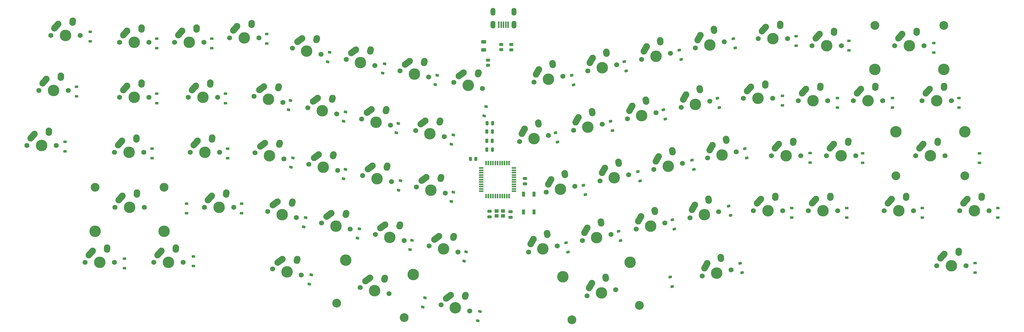
<source format=gbr>
%TF.GenerationSoftware,KiCad,Pcbnew,7.0.7*%
%TF.CreationDate,2023-10-16T19:58:37+09:00*%
%TF.ProjectId,Purin_PCB,50757269-6e5f-4504-9342-2e6b69636164,rev?*%
%TF.SameCoordinates,Original*%
%TF.FileFunction,Soldermask,Bot*%
%TF.FilePolarity,Negative*%
%FSLAX46Y46*%
G04 Gerber Fmt 4.6, Leading zero omitted, Abs format (unit mm)*
G04 Created by KiCad (PCBNEW 7.0.7) date 2023-10-16 19:58:37*
%MOMM*%
%LPD*%
G01*
G04 APERTURE LIST*
G04 Aperture macros list*
%AMRoundRect*
0 Rectangle with rounded corners*
0 $1 Rounding radius*
0 $2 $3 $4 $5 $6 $7 $8 $9 X,Y pos of 4 corners*
0 Add a 4 corners polygon primitive as box body*
4,1,4,$2,$3,$4,$5,$6,$7,$8,$9,$2,$3,0*
0 Add four circle primitives for the rounded corners*
1,1,$1+$1,$2,$3*
1,1,$1+$1,$4,$5*
1,1,$1+$1,$6,$7*
1,1,$1+$1,$8,$9*
0 Add four rect primitives between the rounded corners*
20,1,$1+$1,$2,$3,$4,$5,0*
20,1,$1+$1,$4,$5,$6,$7,0*
20,1,$1+$1,$6,$7,$8,$9,0*
20,1,$1+$1,$8,$9,$2,$3,0*%
%AMHorizOval*
0 Thick line with rounded ends*
0 $1 width*
0 $2 $3 position (X,Y) of the first rounded end (center of the circle)*
0 $4 $5 position (X,Y) of the second rounded end (center of the circle)*
0 Add line between two ends*
20,1,$1,$2,$3,$4,$5,0*
0 Add two circle primitives to create the rounded ends*
1,1,$1,$2,$3*
1,1,$1,$4,$5*%
G04 Aperture macros list end*
%ADD10RoundRect,0.250000X-0.475000X0.250000X-0.475000X-0.250000X0.475000X-0.250000X0.475000X0.250000X0*%
%ADD11RoundRect,0.250000X0.475000X-0.250000X0.475000X0.250000X-0.475000X0.250000X-0.475000X-0.250000X0*%
%ADD12RoundRect,0.250000X-0.250000X-0.475000X0.250000X-0.475000X0.250000X0.475000X-0.250000X0.475000X0*%
%ADD13C,2.250000*%
%ADD14HorizOval,2.250000X0.020000X0.290000X-0.020000X-0.290000X0*%
%ADD15HorizOval,2.250000X0.655001X0.730000X-0.655001X-0.730000X0*%
%ADD16C,1.750000*%
%ADD17C,3.987800*%
%ADD18HorizOval,2.250000X-0.040731X0.287821X0.040731X-0.287821X0*%
%ADD19HorizOval,2.250000X0.488912X0.850230X-0.488912X-0.850230X0*%
%ADD20HorizOval,2.250000X0.079857X0.279505X-0.079857X-0.279505X0*%
%ADD21HorizOval,2.250000X0.792463X0.577865X-0.792463X-0.577865X0*%
%ADD22C,3.048000*%
%ADD23HorizOval,2.250000X0.792463X0.577865X-0.792463X-0.577865X0*%
%ADD24RoundRect,0.225000X0.375000X-0.225000X0.375000X0.225000X-0.375000X0.225000X-0.375000X-0.225000X0*%
%ADD25RoundRect,0.225000X0.320025X-0.298050X0.413585X0.142116X-0.320025X0.298050X-0.413585X-0.142116X0*%
%ADD26RoundRect,0.225000X0.413585X-0.142116X0.320025X0.298050X-0.413585X0.142116X-0.320025X-0.298050X0*%
%ADD27R,1.500000X0.550000*%
%ADD28R,0.550000X1.500000*%
%ADD29R,1.100000X1.800000*%
%ADD30R,1.400000X1.200000*%
%ADD31RoundRect,0.250000X-0.450000X0.262500X-0.450000X-0.262500X0.450000X-0.262500X0.450000X0.262500X0*%
%ADD32R,0.500000X2.250000*%
%ADD33O,1.700000X2.700000*%
%ADD34RoundRect,0.250000X-0.625000X0.375000X-0.625000X-0.375000X0.625000X-0.375000X0.625000X0.375000X0*%
%ADD35RoundRect,0.250000X-0.262500X-0.450000X0.262500X-0.450000X0.262500X0.450000X-0.262500X0.450000X0*%
G04 APERTURE END LIST*
D10*
%TO.C,C7*%
X172910000Y82150000D03*
X172910000Y80250000D03*
%TD*%
D11*
%TO.C,C6*%
X165640000Y80400000D03*
X165640000Y82300000D03*
%TD*%
D12*
%TO.C,C5*%
X164842500Y112810000D03*
X166742500Y112810000D03*
%TD*%
%TO.C,C4*%
X164690000Y106690000D03*
X166590000Y106690000D03*
%TD*%
%TO.C,C3*%
X164760000Y103710000D03*
X166660000Y103710000D03*
%TD*%
%TO.C,C2*%
X164742500Y109960000D03*
X166642500Y109960000D03*
%TD*%
D11*
%TO.C,C1*%
X177950000Y91820000D03*
X177950000Y93720000D03*
%TD*%
D13*
%TO.C,MX16*%
X17224567Y129212133D03*
D14*
X17204567Y128922133D03*
D13*
X12184567Y128132133D03*
D15*
X11529568Y127402133D03*
D16*
X19764567Y124132133D03*
D17*
X14684567Y124132133D03*
D16*
X9604567Y124132133D03*
%TD*%
D13*
%TO.C,MX4*%
X83264567Y147468383D03*
D14*
X83244567Y147178383D03*
D13*
X78224567Y146388383D03*
D15*
X77569568Y145658383D03*
D16*
X85804567Y142388383D03*
D17*
X80724567Y142388383D03*
D16*
X75644567Y142388383D03*
%TD*%
D13*
%TO.C,MX11*%
X224750697Y141473947D03*
D18*
X224791428Y141186125D03*
D13*
X220045377Y139369672D03*
D19*
X219556467Y138519442D03*
D16*
X228291383Y137033052D03*
D17*
X223322393Y135976861D03*
D16*
X218353403Y134920670D03*
%TD*%
D13*
%TO.C,MX53*%
X222845697Y82672947D03*
D18*
X222886428Y82385125D03*
D13*
X218140377Y80568672D03*
D19*
X217651467Y79718442D03*
D16*
X226386383Y78232052D03*
D17*
X221417393Y77175861D03*
D16*
X216448403Y76119670D03*
%TD*%
D13*
%TO.C,MX50*%
X153279814Y73720577D03*
D20*
X153199957Y73441073D03*
D13*
X148125406Y73712053D03*
D21*
X147332944Y73134186D03*
D16*
X154708118Y68223492D03*
D17*
X149739128Y69279683D03*
D16*
X144770138Y70335874D03*
%TD*%
D13*
%TO.C,MX43*%
X289915041Y106667685D03*
D14*
X289895041Y106377685D03*
D13*
X284875041Y105587685D03*
D15*
X284220042Y104857685D03*
D16*
X292455041Y101587685D03*
D17*
X287375041Y101587685D03*
D16*
X282295041Y101587685D03*
%TD*%
D13*
%TO.C,MX14*%
X284993791Y144767685D03*
D14*
X284973791Y144477685D03*
D13*
X279953791Y143687685D03*
D15*
X279298792Y142957685D03*
D16*
X287533791Y139687685D03*
D17*
X282453791Y139687685D03*
D16*
X277373791Y139687685D03*
%TD*%
D13*
%TO.C,MX66*%
X328173791Y68567685D03*
D14*
X328153791Y68277685D03*
D13*
X323133791Y67487685D03*
D15*
X322478792Y66757685D03*
D16*
X330713791Y63487685D03*
D17*
X325633791Y63487685D03*
D16*
X320553791Y63487685D03*
%TD*%
D13*
%TO.C,MX25*%
X219782383Y120904053D03*
D18*
X219823114Y120616231D03*
D13*
X215077063Y118799778D03*
D19*
X214588153Y117949548D03*
D16*
X223323069Y116463158D03*
D17*
X218354079Y115406967D03*
D16*
X213385089Y114350776D03*
%TD*%
D13*
%TO.C,MX20*%
X111292025Y121567856D03*
D20*
X111212168Y121288352D03*
D13*
X106137617Y121559332D03*
D21*
X105345155Y120981465D03*
D16*
X112720329Y116070771D03*
D17*
X107751339Y117126962D03*
D16*
X102782349Y118183153D03*
%TD*%
D13*
%TO.C,MX2*%
X45164567Y145880883D03*
D14*
X45144567Y145590883D03*
D13*
X40124567Y144800883D03*
D15*
X39469568Y144070883D03*
D16*
X47704567Y140800883D03*
D17*
X42624567Y140800883D03*
D16*
X37544567Y140800883D03*
%TD*%
D13*
%TO.C,MX1*%
X21352067Y148262133D03*
D14*
X21332067Y147972133D03*
D13*
X16312067Y147182133D03*
D15*
X15657068Y146452133D03*
D16*
X23892067Y143182133D03*
D17*
X18812067Y143182133D03*
D16*
X13732067Y143182133D03*
%TD*%
D13*
%TO.C,MX23*%
X182514959Y112982618D03*
D18*
X182555690Y112694796D03*
D13*
X177809639Y110878343D03*
D19*
X177320729Y110028113D03*
D16*
X186055645Y108541723D03*
D17*
X181086655Y107485532D03*
D16*
X176117665Y106429341D03*
%TD*%
D13*
%TO.C,MX38*%
X191674273Y95452512D03*
D18*
X191715004Y95164690D03*
D13*
X186968953Y93348237D03*
D19*
X186480043Y92498007D03*
D16*
X195214959Y91011617D03*
D17*
X190245969Y89955426D03*
D16*
X185276979Y88899235D03*
%TD*%
D13*
%TO.C,MX32*%
X43418317Y107780883D03*
D14*
X43398317Y107490883D03*
D13*
X38378317Y106700883D03*
D15*
X37723318Y105970883D03*
D16*
X45958317Y102700883D03*
D17*
X40878317Y102700883D03*
D16*
X35798317Y102700883D03*
%TD*%
D13*
%TO.C,MX17*%
X45164567Y126830883D03*
D14*
X45144567Y126540883D03*
D13*
X40124567Y125750883D03*
D15*
X39469568Y125020883D03*
D16*
X47704567Y121750883D03*
D17*
X42624567Y121750883D03*
D16*
X37544567Y121750883D03*
%TD*%
D13*
%TO.C,MX41*%
X247575409Y107334665D03*
D18*
X247616140Y107046843D03*
D13*
X242870089Y105230390D03*
D19*
X242381179Y104380160D03*
D16*
X251116095Y102893770D03*
D17*
X246147105Y101837579D03*
D16*
X241178115Y100781388D03*
%TD*%
D13*
%TO.C,MX15*%
X313568791Y144767685D03*
D14*
X313548791Y144477685D03*
D13*
X308528791Y143687685D03*
D15*
X307873792Y142957685D03*
D17*
X322966791Y131432685D03*
D22*
X322966791Y146672685D03*
D16*
X316108791Y139687685D03*
D17*
X311028791Y139687685D03*
D16*
X305948791Y139687685D03*
D17*
X299090791Y131432685D03*
D22*
X299090791Y146672685D03*
%TD*%
D13*
%TO.C,MX3*%
X64214567Y145880883D03*
D14*
X64194567Y145590883D03*
D13*
X59174567Y144800883D03*
D15*
X58519568Y144070883D03*
D16*
X66754567Y140800883D03*
D17*
X61674567Y140800883D03*
D16*
X56594567Y140800883D03*
%TD*%
D13*
%TO.C,MX21*%
X129925737Y117607139D03*
D20*
X129845880Y117327635D03*
D13*
X124771329Y117598615D03*
D21*
X123978867Y117020748D03*
D16*
X131354041Y112110054D03*
D17*
X126385051Y113166245D03*
D16*
X121416061Y114222436D03*
%TD*%
D13*
%TO.C,MX10*%
X206116985Y137513230D03*
D18*
X206157716Y137225408D03*
D13*
X201411665Y135408955D03*
D19*
X200922755Y134558725D03*
D16*
X209657671Y133072335D03*
D17*
X204688681Y132016144D03*
D16*
X199719691Y130959953D03*
%TD*%
D13*
%TO.C,MX52*%
X204211986Y78712229D03*
D18*
X204252717Y78424407D03*
D13*
X199506666Y76607954D03*
D19*
X199017756Y75757724D03*
D16*
X207752672Y74271334D03*
D17*
X202783682Y73215143D03*
D16*
X197814692Y72158952D03*
%TD*%
D13*
%TO.C,MX58*%
X336111291Y87617685D03*
D14*
X336091291Y87327685D03*
D13*
X331071291Y86537685D03*
D15*
X330416292Y85807685D03*
D16*
X338651291Y82537685D03*
D17*
X333571291Y82537685D03*
D16*
X328491291Y82537685D03*
%TD*%
D13*
%TO.C,MX22*%
X148559449Y113646421D03*
D20*
X148479592Y113366917D03*
D13*
X143405041Y113637897D03*
D21*
X142612579Y113060030D03*
D16*
X149987753Y108149336D03*
D17*
X145018763Y109205527D03*
D16*
X140049773Y110261718D03*
%TD*%
D13*
%TO.C,MX44*%
X320871291Y106667685D03*
D14*
X320851291Y106377685D03*
D13*
X315831291Y105587685D03*
D15*
X315176292Y104857685D03*
D22*
X330269291Y94602685D03*
D17*
X330269291Y109842685D03*
D16*
X323411291Y101587685D03*
D17*
X318331291Y101587685D03*
D16*
X313251291Y101587685D03*
D22*
X306393291Y94602685D03*
D17*
X306393291Y109842685D03*
%TD*%
D13*
%TO.C,MX28*%
X280231291Y125717685D03*
D14*
X280211291Y125427685D03*
D13*
X275191291Y124637685D03*
D15*
X274536292Y123907685D03*
D16*
X282771291Y120637685D03*
D17*
X277691291Y120637685D03*
D16*
X272611291Y120637685D03*
%TD*%
D13*
%TO.C,MX34*%
X92996949Y105971363D03*
D20*
X92917092Y105691859D03*
D13*
X87842541Y105962839D03*
D21*
X87050079Y105384972D03*
D16*
X94425253Y100474278D03*
D17*
X89456263Y101530469D03*
D16*
X84487273Y102586660D03*
%TD*%
D13*
%TO.C,MX56*%
X283723791Y87617685D03*
D14*
X283703791Y87327685D03*
D13*
X278683791Y86537685D03*
D15*
X278028792Y85807685D03*
D16*
X286263791Y82537685D03*
D17*
X281183791Y82537685D03*
D16*
X276103791Y82537685D03*
%TD*%
D13*
%TO.C,MX31*%
X13097067Y110162133D03*
D14*
X13077067Y109872133D03*
D13*
X8057067Y109082133D03*
D15*
X7402068Y108352133D03*
D16*
X15637067Y105082133D03*
D17*
X10557067Y105082133D03*
D16*
X5477067Y105082133D03*
%TD*%
D13*
%TO.C,MX30*%
X323093791Y125717685D03*
D14*
X323073791Y125427685D03*
D13*
X318053791Y124637685D03*
D15*
X317398792Y123907685D03*
D16*
X325633791Y120637685D03*
D17*
X320553791Y120637685D03*
D16*
X315473791Y120637685D03*
%TD*%
D13*
%TO.C,MX33*%
X69612067Y107780883D03*
D14*
X69592067Y107490883D03*
D13*
X64572067Y106700883D03*
D15*
X63917068Y105970883D03*
D16*
X72152067Y102700883D03*
D17*
X67072067Y102700883D03*
D16*
X61992067Y102700883D03*
%TD*%
D13*
%TO.C,MX8*%
X161804575Y130339268D03*
D20*
X161724718Y130059764D03*
D13*
X156650167Y130330744D03*
D21*
X155857705Y129752877D03*
D16*
X163232879Y124842183D03*
D17*
X158263889Y125898374D03*
D16*
X153294899Y126954565D03*
%TD*%
D13*
%TO.C,MX49*%
X134646103Y77681295D03*
D20*
X134566246Y77401791D03*
D13*
X129491695Y77672771D03*
D21*
X128699233Y77094904D03*
D16*
X136074407Y72184210D03*
D17*
X131105417Y73240401D03*
D16*
X126136427Y74296592D03*
%TD*%
D13*
%TO.C,MX42*%
X270865041Y106667685D03*
D14*
X270845041Y106377685D03*
D13*
X265825041Y105587685D03*
D15*
X265170042Y104857685D03*
D16*
X273405041Y101587685D03*
D17*
X268325041Y101587685D03*
D16*
X263245041Y101587685D03*
%TD*%
D13*
%TO.C,MX39*%
X210307985Y99413230D03*
D18*
X210348716Y99125408D03*
D13*
X205602665Y97308955D03*
D19*
X205113755Y96458725D03*
D16*
X213848671Y94972335D03*
D17*
X208879681Y93916144D03*
D16*
X203910691Y92859953D03*
%TD*%
D13*
%TO.C,MX36*%
X130264372Y98049928D03*
D20*
X130184515Y97770424D03*
D13*
X125109964Y98041404D03*
D21*
X124317502Y97463537D03*
D16*
X131692676Y92552843D03*
D17*
X126723686Y93609034D03*
D16*
X121754696Y94665225D03*
%TD*%
D13*
%TO.C,MX40*%
X228941697Y103373947D03*
D18*
X228982428Y103086125D03*
D13*
X224236377Y101269672D03*
D19*
X223747467Y100419442D03*
D16*
X232482383Y98933052D03*
D17*
X227513393Y97876861D03*
D16*
X222544403Y96820670D03*
%TD*%
D13*
%TO.C,MX6*%
X124537152Y138260703D03*
D20*
X124457295Y137981199D03*
D13*
X119382744Y138252179D03*
D21*
X118590282Y137674312D03*
D16*
X125965456Y132763618D03*
D17*
X120996466Y133819809D03*
D16*
X116027476Y134876000D03*
%TD*%
D13*
%TO.C,MX54*%
X241479409Y86633665D03*
D18*
X241520140Y86345843D03*
D13*
X236774089Y84529390D03*
D19*
X236285179Y83679160D03*
D16*
X245020095Y82192770D03*
D17*
X240051105Y81136579D03*
D16*
X235082115Y80080388D03*
%TD*%
D13*
%TO.C,MX37*%
X148898084Y94089210D03*
D20*
X148818227Y93809706D03*
D13*
X143743676Y94080686D03*
D21*
X142951214Y93502819D03*
D16*
X150326388Y88592125D03*
D17*
X145357398Y89648316D03*
D16*
X140388408Y90704507D03*
%TD*%
D13*
%TO.C,MX47*%
X97378679Y85602730D03*
D20*
X97298822Y85323226D03*
D13*
X92224271Y85594206D03*
D21*
X91431809Y85016339D03*
D16*
X98806983Y80105645D03*
D17*
X93837993Y81161836D03*
D16*
X88869003Y82218027D03*
%TD*%
D13*
%TO.C,MX57*%
X309917541Y87617685D03*
D14*
X309897541Y87327685D03*
D13*
X304877541Y86537685D03*
D15*
X304222542Y85807685D03*
D16*
X312457541Y82537685D03*
D17*
X307377541Y82537685D03*
D16*
X302297541Y82537685D03*
%TD*%
D13*
%TO.C,MX45*%
X43570817Y88730883D03*
D14*
X43550817Y88440883D03*
D13*
X38530817Y87650883D03*
D15*
X37875818Y86920883D03*
D17*
X52968817Y75395883D03*
D22*
X52968817Y90635883D03*
D16*
X46110817Y83650883D03*
D17*
X41030817Y83650883D03*
D16*
X35950817Y83650883D03*
D17*
X29092817Y75395883D03*
D22*
X29092817Y90635883D03*
%TD*%
D13*
%TO.C,MX46*%
X74527067Y88730883D03*
D14*
X74507067Y88440883D03*
D13*
X69487067Y87650883D03*
D15*
X68832068Y86920883D03*
D16*
X77067067Y83650883D03*
D17*
X71987067Y83650883D03*
D16*
X66907067Y83650883D03*
%TD*%
D13*
%TO.C,MX13*%
X266324791Y147180685D03*
D14*
X266304791Y146890685D03*
D13*
X261284791Y146100685D03*
D15*
X260629792Y145370685D03*
D16*
X268864791Y142100685D03*
D17*
X263784791Y142100685D03*
D16*
X258704791Y142100685D03*
%TD*%
D13*
%TO.C,MX35*%
X111630660Y102010646D03*
D20*
X111550803Y101731142D03*
D13*
X106476252Y102002122D03*
D21*
X105683790Y101424255D03*
D16*
X113058964Y96513561D03*
D17*
X108089974Y97569752D03*
D16*
X103120984Y98625943D03*
%TD*%
D13*
%TO.C,MX27*%
X261181291Y126511435D03*
D14*
X261161291Y126221435D03*
D13*
X256141291Y125431435D03*
D15*
X255486292Y124701435D03*
D16*
X263721291Y121431435D03*
D17*
X258641291Y121431435D03*
D16*
X253561291Y121431435D03*
%TD*%
D13*
%TO.C,MX61*%
X99077190Y65735671D03*
D20*
X98997333Y65456167D03*
D13*
X93922782Y65727147D03*
D21*
X93130320Y65149280D03*
D16*
X100505494Y60238586D03*
D17*
X95536504Y61294777D03*
D16*
X90567514Y62350968D03*
%TD*%
D17*
%TO.C,MX64*%
X191021748Y59678901D03*
D22*
X194190322Y44771931D03*
D16*
X199446195Y53030151D03*
D17*
X204415185Y54086342D03*
D16*
X209384175Y55142533D03*
D17*
X214376000Y64643000D03*
D22*
X217544574Y49736031D03*
D19*
X200649259Y56628923D03*
D13*
X201138169Y57479153D03*
D18*
X205884220Y59295606D03*
D13*
X205843489Y59583428D03*
%TD*%
%TO.C,MX65*%
X245750237Y66439505D03*
D18*
X245790968Y66151683D03*
D13*
X241044917Y64335230D03*
D19*
X240556007Y63485000D03*
D16*
X249290923Y61998610D03*
D17*
X244321933Y60942419D03*
D16*
X239352943Y59886228D03*
%TD*%
D13*
%TO.C,MX7*%
X143170864Y134299985D03*
D20*
X143091007Y134020481D03*
D13*
X138016456Y134291461D03*
D23*
X137223994Y133713594D03*
D16*
X144599168Y128802900D03*
D17*
X139630178Y129859091D03*
D16*
X134661188Y130915282D03*
%TD*%
D13*
%TO.C,MX60*%
X57070817Y69680883D03*
D14*
X57050817Y69390883D03*
D13*
X52030817Y68600883D03*
D15*
X51375818Y67870883D03*
D16*
X59610817Y64600883D03*
D17*
X54530817Y64600883D03*
D16*
X49450817Y64600883D03*
%TD*%
D13*
%TO.C,MX48*%
X116012391Y81642012D03*
D20*
X115932534Y81362508D03*
D13*
X110857983Y81633488D03*
D21*
X110065521Y81055621D03*
D16*
X117440695Y76144927D03*
D17*
X112471705Y77201118D03*
D16*
X107502715Y78257309D03*
%TD*%
D13*
%TO.C,MX9*%
X187483274Y133552512D03*
D18*
X187524005Y133264690D03*
D13*
X182777954Y131448237D03*
D19*
X182289044Y130598007D03*
D16*
X191023960Y129111617D03*
D17*
X186054970Y128055426D03*
D16*
X181085980Y126999235D03*
%TD*%
D13*
%TO.C,MX63*%
X157370189Y53289671D03*
D20*
X157290332Y53010167D03*
D13*
X152215781Y53281147D03*
D21*
X151423319Y52703280D03*
D16*
X158798493Y47792586D03*
D17*
X153829503Y48848777D03*
D16*
X148860513Y49904968D03*
%TD*%
D13*
%TO.C,MX26*%
X238416095Y124864771D03*
D18*
X238456826Y124576949D03*
D13*
X233710775Y122760496D03*
D19*
X233221865Y121910266D03*
D16*
X241956781Y120423876D03*
D17*
X236987791Y119367685D03*
D16*
X232018801Y118311494D03*
%TD*%
D13*
%TO.C,MX18*%
X68977067Y126830883D03*
D14*
X68957067Y126540883D03*
D13*
X63937067Y125750883D03*
D15*
X63282068Y125020883D03*
D16*
X71517067Y121750883D03*
D17*
X66437067Y121750883D03*
D16*
X61357067Y121750883D03*
%TD*%
D13*
%TO.C,MX19*%
X92658313Y125528574D03*
D20*
X92578456Y125249070D03*
D13*
X87503905Y125520050D03*
D21*
X86711443Y124942183D03*
D16*
X94086617Y120031489D03*
D17*
X89117627Y121087680D03*
D16*
X84148637Y122143871D03*
%TD*%
D13*
%TO.C,MX24*%
X201148671Y116943335D03*
D18*
X201189402Y116655513D03*
D13*
X196443351Y114839060D03*
D19*
X195954441Y113988830D03*
D16*
X204689357Y112502440D03*
D17*
X199720367Y111446249D03*
D16*
X194751377Y110390058D03*
%TD*%
D13*
%TO.C,MX29*%
X299281291Y125717685D03*
D14*
X299261291Y125427685D03*
D13*
X294241291Y124637685D03*
D15*
X293586292Y123907685D03*
D16*
X301821291Y120637685D03*
D17*
X296741291Y120637685D03*
D16*
X291661291Y120637685D03*
%TD*%
D13*
%TO.C,MX51*%
X185578274Y74751512D03*
D18*
X185619005Y74463690D03*
D13*
X180872954Y72647237D03*
D19*
X180384044Y71797007D03*
D16*
X189118960Y70310617D03*
D17*
X184149970Y69254426D03*
D16*
X179180980Y68198235D03*
%TD*%
D13*
%TO.C,MX55*%
X264673791Y87617685D03*
D14*
X264653791Y87327685D03*
D13*
X259633791Y86537685D03*
D15*
X258978792Y85807685D03*
D16*
X267213791Y82537685D03*
D17*
X262133791Y82537685D03*
D16*
X257053791Y82537685D03*
%TD*%
D13*
%TO.C,MX62*%
X129414199Y59260884D03*
D20*
X129334342Y58981380D03*
D13*
X124259791Y59252360D03*
D21*
X123467329Y58674493D03*
D22*
X136098376Y45505579D03*
D17*
X139266950Y60412549D03*
D16*
X130842503Y53763799D03*
D17*
X125873513Y54819990D03*
D16*
X120904523Y55876181D03*
D22*
X112744124Y50469679D03*
D17*
X115912698Y65376648D03*
%TD*%
D13*
%TO.C,MX12*%
X243384409Y145434665D03*
D18*
X243425140Y145146843D03*
D13*
X238679089Y143330390D03*
D19*
X238190179Y142480160D03*
D16*
X246925095Y140993770D03*
D17*
X241956105Y139937579D03*
D16*
X236987115Y138881388D03*
%TD*%
D13*
%TO.C,MX5*%
X105903440Y142221421D03*
D20*
X105823583Y141941917D03*
D13*
X100749032Y142212897D03*
D21*
X99956570Y141635030D03*
D16*
X107331744Y136724336D03*
D17*
X102362754Y137780527D03*
D16*
X97393764Y138836718D03*
%TD*%
D13*
%TO.C,MX59*%
X33258317Y69680883D03*
D14*
X33238317Y69390883D03*
D13*
X28218317Y68600883D03*
D15*
X27563318Y67870883D03*
D16*
X35798317Y64600883D03*
D17*
X30718317Y64600883D03*
D16*
X25638317Y64600883D03*
%TD*%
D24*
%TO.C,D18*%
X74215817Y119783383D03*
X74215817Y123083383D03*
%TD*%
D25*
%TO.C,D20*%
X115147763Y113469439D03*
X115833871Y116697327D03*
%TD*%
D24*
%TO.C,D55*%
X270272067Y80095883D03*
X270272067Y83395883D03*
%TD*%
D26*
%TO.C,D64*%
X228889425Y56292995D03*
X228203317Y59520883D03*
%TD*%
D25*
%TO.C,D19*%
X96097763Y117464633D03*
X96783871Y120692521D03*
%TD*%
D26*
%TO.C,D39*%
X217776925Y92805495D03*
X217090817Y96033383D03*
%TD*%
D24*
%TO.C,D59*%
X39290817Y62570883D03*
X39290817Y65870883D03*
%TD*%
D25*
%TO.C,D37*%
X152454013Y85688189D03*
X153140121Y88916077D03*
%TD*%
%TO.C,D63*%
X161635959Y44386745D03*
X162322067Y47614633D03*
%TD*%
%TO.C,D7*%
X146897763Y126169439D03*
X147583871Y129397327D03*
%TD*%
D24*
%TO.C,D42*%
X276622067Y99208383D03*
X276622067Y102508383D03*
%TD*%
D25*
%TO.C,D61*%
X103241513Y57113189D03*
X103927621Y60341077D03*
%TD*%
%TO.C,D47*%
X101310959Y76930495D03*
X101997067Y80158383D03*
%TD*%
D26*
%TO.C,D51*%
X192827621Y68225689D03*
X192141513Y71453577D03*
%TD*%
D24*
%TO.C,D60*%
X63103317Y63364633D03*
X63103317Y66664633D03*
%TD*%
D26*
%TO.C,D12*%
X250771371Y138869439D03*
X250085263Y142097327D03*
%TD*%
%TO.C,D24*%
X208251925Y110267995D03*
X207565817Y113495883D03*
%TD*%
D24*
%TO.C,D57*%
X315515817Y80095883D03*
X315515817Y83395883D03*
%TD*%
D27*
%TO.C,U1*%
X174160000Y97280000D03*
X174160000Y96480000D03*
X174160000Y95680000D03*
X174160000Y94880000D03*
X174160000Y94080000D03*
X174160000Y93280000D03*
X174160000Y92480000D03*
X174160000Y91680000D03*
X174160000Y90880000D03*
X174160000Y90080000D03*
X174160000Y89280000D03*
D28*
X172460000Y87580000D03*
X171660000Y87580000D03*
X170860000Y87580000D03*
X170060000Y87580000D03*
X169260000Y87580000D03*
X168460000Y87580000D03*
X167660000Y87580000D03*
X166860000Y87580000D03*
X166060000Y87580000D03*
X165260000Y87580000D03*
X164460000Y87580000D03*
D27*
X162760000Y89280000D03*
X162760000Y90080000D03*
X162760000Y90880000D03*
X162760000Y91680000D03*
X162760000Y92480000D03*
X162760000Y93280000D03*
X162760000Y94080000D03*
X162760000Y94880000D03*
X162760000Y95680000D03*
X162760000Y96480000D03*
X162760000Y97280000D03*
D28*
X164460000Y98980000D03*
X165260000Y98980000D03*
X166060000Y98980000D03*
X166860000Y98980000D03*
X167660000Y98980000D03*
X168460000Y98980000D03*
X169260000Y98980000D03*
X170060000Y98980000D03*
X170860000Y98980000D03*
X171660000Y98980000D03*
X172460000Y98980000D03*
%TD*%
D26*
%TO.C,D38*%
X198834567Y88095883D03*
X198148459Y91323771D03*
%TD*%
D24*
%TO.C,D32*%
X48815817Y100733383D03*
X48815817Y104033383D03*
%TD*%
D26*
%TO.C,D26*%
X245215121Y118231939D03*
X244529013Y121459827D03*
%TD*%
D24*
%TO.C,D1*%
X27384567Y141214633D03*
X27384567Y144514633D03*
%TD*%
%TO.C,D13*%
X271859567Y139627133D03*
X271859567Y142927133D03*
%TD*%
%TO.C,D15*%
X319484567Y137245883D03*
X319484567Y140545883D03*
%TD*%
D26*
%TO.C,D54*%
X249183871Y80925689D03*
X248497763Y84153577D03*
%TD*%
D25*
%TO.C,D62*%
X142585959Y49149245D03*
X143272067Y52377133D03*
%TD*%
D24*
%TO.C,D17*%
X50403317Y119783383D03*
X50403317Y123083383D03*
%TD*%
D29*
%TO.C,SW1*%
X181100000Y88250000D03*
X177400000Y82050000D03*
X177400000Y88250000D03*
X181100000Y82050000D03*
%TD*%
D24*
%TO.C,D33*%
X75009567Y100733383D03*
X75009567Y104033383D03*
%TD*%
D26*
%TO.C,D11*%
X232064425Y134874245D03*
X231378317Y138102133D03*
%TD*%
D24*
%TO.C,D29*%
X305197067Y118195883D03*
X305197067Y121495883D03*
%TD*%
%TO.C,D3*%
X69453317Y138770883D03*
X69453317Y142070883D03*
%TD*%
D25*
%TO.C,D34*%
X96891513Y97594439D03*
X97577621Y100822327D03*
%TD*%
D26*
%TO.C,D65*%
X253152621Y61081939D03*
X252466513Y64309827D03*
%TD*%
D25*
%TO.C,D8*%
X163830000Y115316000D03*
X164516108Y118543888D03*
%TD*%
D26*
%TO.C,D23*%
X189201925Y106299245D03*
X188515817Y109527133D03*
%TD*%
%TO.C,D52*%
X211083871Y72194439D03*
X210397763Y75422327D03*
%TD*%
D25*
%TO.C,D35*%
X115147763Y93625689D03*
X115833871Y96853577D03*
%TD*%
%TO.C,D22*%
X152454013Y105531939D03*
X153140121Y108759827D03*
%TD*%
D30*
%TO.C,Y1*%
X168140000Y82410000D03*
X170340000Y82410000D03*
X170340000Y80710000D03*
X168140000Y80710000D03*
%TD*%
D24*
%TO.C,D28*%
X286147067Y118195883D03*
X286147067Y121495883D03*
%TD*%
D31*
%TO.C,R2*%
X173200000Y140075000D03*
X173200000Y138250000D03*
%TD*%
D24*
%TO.C,D4*%
X88503317Y140420883D03*
X88503317Y143720883D03*
%TD*%
%TO.C,D56*%
X289322067Y80158383D03*
X289322067Y83458383D03*
%TD*%
%TO.C,D46*%
X79772067Y81683383D03*
X79772067Y84983383D03*
%TD*%
D26*
%TO.C,D41*%
X254740121Y100769439D03*
X254054013Y103997327D03*
%TD*%
D32*
%TO.C,USB1*%
X172108414Y146952055D03*
X171308414Y146952055D03*
X170508414Y146952055D03*
X169708414Y146952055D03*
X168908414Y146952055D03*
D33*
X174158414Y151452055D03*
X166858414Y151452055D03*
X174158414Y146952055D03*
X166858414Y146952055D03*
%TD*%
D34*
%TO.C,F1*%
X163640000Y141040000D03*
X163640000Y138240000D03*
%TD*%
D26*
%TO.C,D40*%
X236483871Y96800689D03*
X235797763Y100028577D03*
%TD*%
D31*
%TO.C,R4*%
X165190000Y134692500D03*
X165190000Y132867500D03*
%TD*%
D25*
%TO.C,D21*%
X133404013Y109500689D03*
X134090121Y112728577D03*
%TD*%
D26*
%TO.C,D53*%
X229683175Y76136745D03*
X228997067Y79364633D03*
%TD*%
D24*
%TO.C,D45*%
X60722067Y81683383D03*
X60722067Y84983383D03*
%TD*%
%TO.C,D16*%
X22622067Y122164633D03*
X22622067Y125464633D03*
%TD*%
%TO.C,D14*%
X290115817Y138039633D03*
X290115817Y141339633D03*
%TD*%
D26*
%TO.C,D25*%
X226508175Y114236745D03*
X225822067Y117464633D03*
%TD*%
D24*
%TO.C,D30*%
X328215817Y118195883D03*
X328215817Y121495883D03*
%TD*%
%TO.C,D44*%
X335359567Y99083383D03*
X335359567Y102383383D03*
%TD*%
D25*
%TO.C,D36*%
X134197763Y89656939D03*
X134883871Y92884827D03*
%TD*%
D24*
%TO.C,D27*%
X267097067Y118989633D03*
X267097067Y122289633D03*
%TD*%
D26*
%TO.C,D9*%
X194758175Y126142995D03*
X194072067Y129370883D03*
%TD*%
D31*
%TO.C,R3*%
X169750000Y140112500D03*
X169750000Y138287500D03*
%TD*%
D25*
%TO.C,D49*%
X138166513Y69019439D03*
X138852621Y72247327D03*
%TD*%
D24*
%TO.C,D2*%
X50403317Y138833383D03*
X50403317Y142133383D03*
%TD*%
D25*
%TO.C,D48*%
X119910263Y72988189D03*
X120596371Y76216077D03*
%TD*%
D26*
%TO.C,D10*%
X213014425Y130905495D03*
X212328317Y134133383D03*
%TD*%
D25*
%TO.C,D50*%
X156873459Y65024245D03*
X157559567Y68252133D03*
%TD*%
D24*
%TO.C,D31*%
X18653317Y103052133D03*
X18653317Y106352133D03*
%TD*%
%TO.C,D43*%
X294878317Y99083383D03*
X294878317Y102383383D03*
%TD*%
D25*
%TO.C,D5*%
X109591513Y134106939D03*
X110277621Y137334827D03*
%TD*%
D24*
%TO.C,D66*%
X333772067Y61108383D03*
X333772067Y64408383D03*
%TD*%
D25*
%TO.C,D6*%
X128641513Y130138189D03*
X129327621Y133366077D03*
%TD*%
D24*
%TO.C,D58*%
X341709567Y80095883D03*
X341709567Y83395883D03*
%TD*%
D35*
%TO.C,R1*%
X159070000Y100450000D03*
X160895000Y100450000D03*
%TD*%
M02*

</source>
